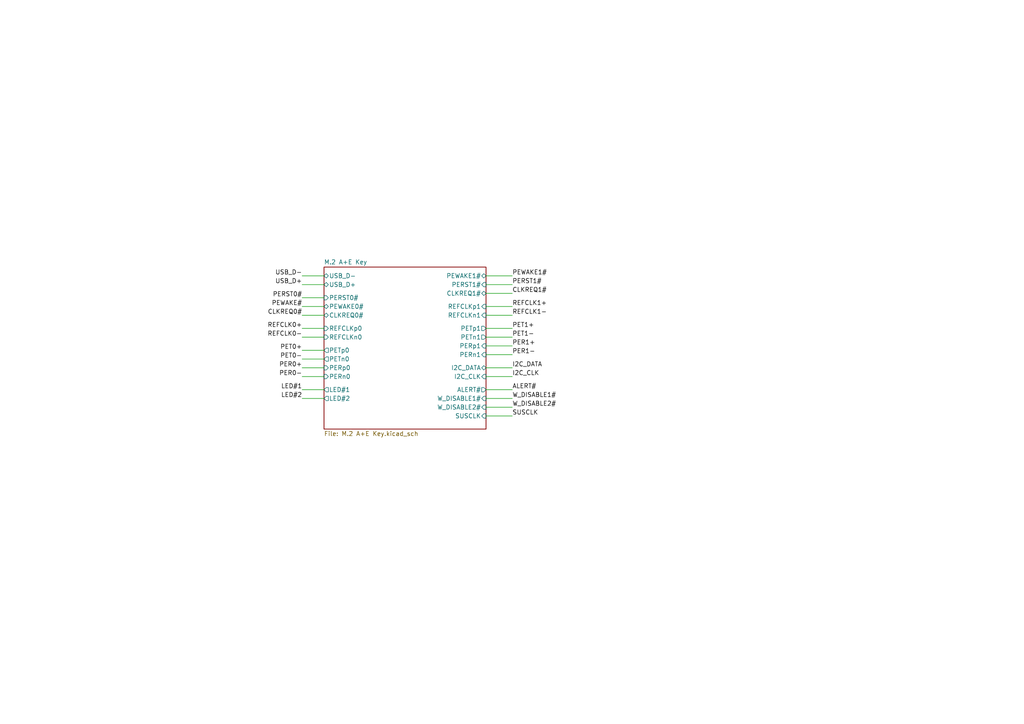
<source format=kicad_sch>
(kicad_sch
	(version 20250114)
	(generator "eeschema")
	(generator_version "9.0")
	(uuid "c9b36956-78da-44fd-a825-31202f0468d7")
	(paper "A4")
	(lib_symbols)
	(wire
		(pts
			(xy 140.97 120.65) (xy 148.59 120.65)
		)
		(stroke
			(width 0)
			(type default)
		)
		(uuid "01a6c81b-4547-4173-a2a0-9096ee2f1498")
	)
	(wire
		(pts
			(xy 87.63 113.03) (xy 93.98 113.03)
		)
		(stroke
			(width 0)
			(type default)
		)
		(uuid "06fdb095-0b3b-4412-af8d-4991461a3ed3")
	)
	(wire
		(pts
			(xy 140.97 113.03) (xy 148.59 113.03)
		)
		(stroke
			(width 0)
			(type default)
		)
		(uuid "0d105b75-6026-4207-8431-356b3a81a5f3")
	)
	(wire
		(pts
			(xy 140.97 95.25) (xy 148.59 95.25)
		)
		(stroke
			(width 0)
			(type default)
		)
		(uuid "1ab0f0bf-aca0-4b82-9514-d3048d64f439")
	)
	(wire
		(pts
			(xy 87.63 88.9) (xy 93.98 88.9)
		)
		(stroke
			(width 0)
			(type default)
		)
		(uuid "1d31ee79-a6fc-4b92-8f08-2e69283b64fd")
	)
	(wire
		(pts
			(xy 87.63 106.68) (xy 93.98 106.68)
		)
		(stroke
			(width 0)
			(type default)
		)
		(uuid "298ac6e9-0e62-47df-a64b-7c7154bbd3c4")
	)
	(wire
		(pts
			(xy 87.63 82.55) (xy 93.98 82.55)
		)
		(stroke
			(width 0)
			(type default)
		)
		(uuid "2e9238c1-899b-4ad6-a9a4-99e60565b1d7")
	)
	(wire
		(pts
			(xy 87.63 80.01) (xy 93.98 80.01)
		)
		(stroke
			(width 0)
			(type default)
		)
		(uuid "30429a85-f6f2-43ef-a9e5-01a5afba1760")
	)
	(wire
		(pts
			(xy 140.97 88.9) (xy 148.59 88.9)
		)
		(stroke
			(width 0)
			(type default)
		)
		(uuid "3c1e818f-983d-422b-ba03-79a8b29082f3")
	)
	(wire
		(pts
			(xy 87.63 109.22) (xy 93.98 109.22)
		)
		(stroke
			(width 0)
			(type default)
		)
		(uuid "6149da47-47c9-40f4-ba1a-d284dec10cf6")
	)
	(wire
		(pts
			(xy 87.63 86.36) (xy 93.98 86.36)
		)
		(stroke
			(width 0)
			(type default)
		)
		(uuid "6399a419-c1f2-43f9-a186-1bd95e136362")
	)
	(wire
		(pts
			(xy 87.63 95.25) (xy 93.98 95.25)
		)
		(stroke
			(width 0)
			(type default)
		)
		(uuid "7d1d42f0-a02f-434e-9198-373e4e35e0cb")
	)
	(wire
		(pts
			(xy 140.97 80.01) (xy 148.59 80.01)
		)
		(stroke
			(width 0)
			(type default)
		)
		(uuid "7d32f35e-0f23-4733-823c-f367aa1ad9fa")
	)
	(wire
		(pts
			(xy 140.97 102.87) (xy 148.59 102.87)
		)
		(stroke
			(width 0)
			(type default)
		)
		(uuid "8ec25ddc-44e5-4fb5-bd8b-714f04bf06a0")
	)
	(wire
		(pts
			(xy 140.97 85.09) (xy 148.59 85.09)
		)
		(stroke
			(width 0)
			(type default)
		)
		(uuid "8fa43994-2ff8-4350-81eb-8829ba6b8265")
	)
	(wire
		(pts
			(xy 140.97 106.68) (xy 148.59 106.68)
		)
		(stroke
			(width 0)
			(type default)
		)
		(uuid "950566a9-fc67-4a82-a42e-d9386d50422d")
	)
	(wire
		(pts
			(xy 87.63 91.44) (xy 93.98 91.44)
		)
		(stroke
			(width 0)
			(type default)
		)
		(uuid "9eb37e3f-8ddf-4817-a255-bec1ee46e15f")
	)
	(wire
		(pts
			(xy 140.97 82.55) (xy 148.59 82.55)
		)
		(stroke
			(width 0)
			(type default)
		)
		(uuid "9f35fbb3-9cb3-47a3-b0eb-ad46d522b3d6")
	)
	(wire
		(pts
			(xy 140.97 118.11) (xy 148.59 118.11)
		)
		(stroke
			(width 0)
			(type default)
		)
		(uuid "a4446b6e-5e0a-4759-859e-43374471ac6d")
	)
	(wire
		(pts
			(xy 87.63 101.6) (xy 93.98 101.6)
		)
		(stroke
			(width 0)
			(type default)
		)
		(uuid "a9c67175-e2b1-41a4-b4b7-71d5e2cb285c")
	)
	(wire
		(pts
			(xy 140.97 109.22) (xy 148.59 109.22)
		)
		(stroke
			(width 0)
			(type default)
		)
		(uuid "aaab14d7-7758-41d1-96bc-c1124d98b699")
	)
	(wire
		(pts
			(xy 140.97 100.33) (xy 148.59 100.33)
		)
		(stroke
			(width 0)
			(type default)
		)
		(uuid "b4e8e687-f4aa-4b68-8d27-a61a8279bf18")
	)
	(wire
		(pts
			(xy 140.97 91.44) (xy 148.59 91.44)
		)
		(stroke
			(width 0)
			(type default)
		)
		(uuid "b5c28e29-6847-4361-832e-d2548a2f87a5")
	)
	(wire
		(pts
			(xy 140.97 115.57) (xy 148.59 115.57)
		)
		(stroke
			(width 0)
			(type default)
		)
		(uuid "b96de2bd-da51-43e2-a668-8c231a595361")
	)
	(wire
		(pts
			(xy 140.97 97.79) (xy 148.59 97.79)
		)
		(stroke
			(width 0)
			(type default)
		)
		(uuid "d197e4d9-3d38-409c-b6c0-7a50236df04d")
	)
	(wire
		(pts
			(xy 87.63 104.14) (xy 93.98 104.14)
		)
		(stroke
			(width 0)
			(type default)
		)
		(uuid "efe30889-8d37-435a-9cab-ecd966850f42")
	)
	(wire
		(pts
			(xy 87.63 97.79) (xy 93.98 97.79)
		)
		(stroke
			(width 0)
			(type default)
		)
		(uuid "f12a1418-11c8-4d10-96fd-47176c69ecbb")
	)
	(wire
		(pts
			(xy 87.63 115.57) (xy 93.98 115.57)
		)
		(stroke
			(width 0)
			(type default)
		)
		(uuid "fdceeeed-d21a-44bb-b2c2-3b6cc8e2d6e6")
	)
	(label "USB_D-"
		(at 87.63 80.01 180)
		(effects
			(font
				(size 1.27 1.27)
			)
			(justify right bottom)
		)
		(uuid "065583e9-e4e8-4789-ae03-965a5c2a0f34")
	)
	(label "PET0+"
		(at 87.63 101.6 180)
		(effects
			(font
				(size 1.27 1.27)
			)
			(justify right bottom)
		)
		(uuid "0d136f1e-3f81-49f1-9e4b-4492c5cc8c30")
	)
	(label "PER1+"
		(at 148.59 100.33 0)
		(effects
			(font
				(size 1.27 1.27)
			)
			(justify left bottom)
		)
		(uuid "11ce5152-2653-476e-9f5d-0a98926455aa")
	)
	(label "SUSCLK"
		(at 148.59 120.65 0)
		(effects
			(font
				(size 1.27 1.27)
			)
			(justify left bottom)
		)
		(uuid "14a2ffa2-6a02-4126-8b5b-6e740d2d0189")
	)
	(label "PER1-"
		(at 148.59 102.87 0)
		(effects
			(font
				(size 1.27 1.27)
			)
			(justify left bottom)
		)
		(uuid "18407578-2c97-4b5b-9754-770f5d7b44bb")
	)
	(label "PERST0#"
		(at 87.63 86.36 180)
		(effects
			(font
				(size 1.27 1.27)
			)
			(justify right bottom)
		)
		(uuid "1fb2ea03-6119-447b-a2e6-9d81a35eb55c")
	)
	(label "LED#2"
		(at 87.63 115.57 180)
		(effects
			(font
				(size 1.27 1.27)
			)
			(justify right bottom)
		)
		(uuid "3720a52e-7e56-4848-8647-5d4660f862d6")
	)
	(label "W_DISABLE2#"
		(at 148.59 118.11 0)
		(effects
			(font
				(size 1.27 1.27)
			)
			(justify left bottom)
		)
		(uuid "401c8ffd-f1f5-4804-83c8-e23e394d682d")
	)
	(label "PER0-"
		(at 87.63 109.22 180)
		(effects
			(font
				(size 1.27 1.27)
			)
			(justify right bottom)
		)
		(uuid "42f4f342-7683-4e73-a3da-1df5eaf61cb5")
	)
	(label "CLKREQ1#"
		(at 148.59 85.09 0)
		(effects
			(font
				(size 1.27 1.27)
			)
			(justify left bottom)
		)
		(uuid "46dfa33d-0b5c-4ca1-9494-3595000dc5a8")
	)
	(label "PERST1#"
		(at 148.59 82.55 0)
		(effects
			(font
				(size 1.27 1.27)
			)
			(justify left bottom)
		)
		(uuid "48b9c5c5-a2e7-4bbf-bc03-450f5e06a48d")
	)
	(label "REFCLK0+"
		(at 87.63 95.25 180)
		(effects
			(font
				(size 1.27 1.27)
			)
			(justify right bottom)
		)
		(uuid "5c4cd99c-d31c-437e-8c0b-d53c57f753eb")
	)
	(label "REFCLK1-"
		(at 148.59 91.44 0)
		(effects
			(font
				(size 1.27 1.27)
			)
			(justify left bottom)
		)
		(uuid "64213c15-c0ce-4c2f-b534-c87629b149b1")
	)
	(label "PET1+"
		(at 148.59 95.25 0)
		(effects
			(font
				(size 1.27 1.27)
			)
			(justify left bottom)
		)
		(uuid "78687ad6-09f0-4763-b0a7-69546b846b17")
	)
	(label "PER0+"
		(at 87.63 106.68 180)
		(effects
			(font
				(size 1.27 1.27)
			)
			(justify right bottom)
		)
		(uuid "84f513a9-5464-4e63-b587-1c16e92fc185")
	)
	(label "CLKREQ0#"
		(at 87.63 91.44 180)
		(effects
			(font
				(size 1.27 1.27)
			)
			(justify right bottom)
		)
		(uuid "8b48299c-7381-4e38-bc0e-41b7fd9cf72b")
	)
	(label "PET1-"
		(at 148.59 97.79 0)
		(effects
			(font
				(size 1.27 1.27)
			)
			(justify left bottom)
		)
		(uuid "8beb891a-bae1-420a-be53-e1a04d8b011b")
	)
	(label "W_DISABLE1#"
		(at 148.59 115.57 0)
		(effects
			(font
				(size 1.27 1.27)
			)
			(justify left bottom)
		)
		(uuid "9478ba34-179c-4a26-b842-c0c9c58be6bb")
	)
	(label "LED#1"
		(at 87.63 113.03 180)
		(effects
			(font
				(size 1.27 1.27)
			)
			(justify right bottom)
		)
		(uuid "9562e233-9d78-4eba-9963-3d9d8d8daae9")
	)
	(label "PEWAKE1#"
		(at 148.59 80.01 0)
		(effects
			(font
				(size 1.27 1.27)
			)
			(justify left bottom)
		)
		(uuid "9a335d3a-0a8a-4c82-8644-9e7b1d95bebc")
	)
	(label "REFCLK1+"
		(at 148.59 88.9 0)
		(effects
			(font
				(size 1.27 1.27)
			)
			(justify left bottom)
		)
		(uuid "b3b76dbc-b512-4e52-bece-00cc17373c42")
	)
	(label "PET0-"
		(at 87.63 104.14 180)
		(effects
			(font
				(size 1.27 1.27)
			)
			(justify right bottom)
		)
		(uuid "bdefaf4b-475b-413f-bc77-3083dca12e2a")
	)
	(label "I2C_DATA"
		(at 148.59 106.68 0)
		(effects
			(font
				(size 1.27 1.27)
			)
			(justify left bottom)
		)
		(uuid "c2427aec-ec12-42b6-9712-7d50c52b43b6")
	)
	(label "USB_D+"
		(at 87.63 82.55 180)
		(effects
			(font
				(size 1.27 1.27)
			)
			(justify right bottom)
		)
		(uuid "c28ead4d-6145-42a6-b463-4bbe1f50560c")
	)
	(label "PEWAKE#"
		(at 87.63 88.9 180)
		(effects
			(font
				(size 1.27 1.27)
			)
			(justify right bottom)
		)
		(uuid "d0cf9477-8c8d-4ca9-bff4-d4728f2f6aac")
	)
	(label "REFCLK0-"
		(at 87.63 97.79 180)
		(effects
			(font
				(size 1.27 1.27)
			)
			(justify right bottom)
		)
		(uuid "d59219f3-437d-4f54-888a-2b3d4d3a4ae6")
	)
	(label "ALERT#"
		(at 148.59 113.03 0)
		(effects
			(font
				(size 1.27 1.27)
			)
			(justify left bottom)
		)
		(uuid "e7e230b9-435e-4433-8376-a0906500bbd4")
	)
	(label "I2C_CLK"
		(at 148.59 109.22 0)
		(effects
			(font
				(size 1.27 1.27)
			)
			(justify left bottom)
		)
		(uuid "f3874413-c01d-4ebd-9b39-8f664df47394")
	)
	(sheet
		(at 93.98 77.47)
		(size 46.99 46.99)
		(exclude_from_sim no)
		(in_bom yes)
		(on_board yes)
		(dnp no)
		(fields_autoplaced yes)
		(stroke
			(width 0.1524)
			(type solid)
		)
		(fill
			(color 0 0 0 0.0000)
		)
		(uuid "f5ddec20-60b4-4925-8fe8-a27c9ef76a12")
		(property "Sheetname" "M.2 A+E Key"
			(at 93.98 76.7584 0)
			(effects
				(font
					(size 1.27 1.27)
				)
				(justify left bottom)
			)
		)
		(property "Sheetfile" "M.2 A+E Key.kicad_sch"
			(at 93.98 125.0446 0)
			(effects
				(font
					(size 1.27 1.27)
				)
				(justify left top)
			)
		)
		(pin "USB_D+" bidirectional
			(at 93.98 82.55 180)
			(uuid "bc498691-241b-4fa1-90c9-fcf44d68ce23")
			(effects
				(font
					(size 1.27 1.27)
				)
				(justify left)
			)
		)
		(pin "USB_D-" bidirectional
			(at 93.98 80.01 180)
			(uuid "cef3de34-07c9-4deb-9b69-73be0334574f")
			(effects
				(font
					(size 1.27 1.27)
				)
				(justify left)
			)
		)
		(pin "CLKREQ0#" bidirectional
			(at 93.98 91.44 180)
			(uuid "9b8e9b1a-7a1a-4d29-910a-c51a9a2450ff")
			(effects
				(font
					(size 1.27 1.27)
				)
				(justify left)
			)
		)
		(pin "PEWAKE0#" bidirectional
			(at 93.98 88.9 180)
			(uuid "8b49bbaa-9c2f-46ab-875d-84b2a46ff3f9")
			(effects
				(font
					(size 1.27 1.27)
				)
				(justify left)
			)
		)
		(pin "PERST0#" input
			(at 93.98 86.36 180)
			(uuid "5399592c-d5eb-4278-8e47-07acc2541afa")
			(effects
				(font
					(size 1.27 1.27)
				)
				(justify left)
			)
		)
		(pin "REFCLKn0" input
			(at 93.98 97.79 180)
			(uuid "356d5413-69dc-408e-9adc-6b88ef0a63be")
			(effects
				(font
					(size 1.27 1.27)
				)
				(justify left)
			)
		)
		(pin "REFCLKp0" input
			(at 93.98 95.25 180)
			(uuid "0ad10c9a-56ed-4a9b-8594-bd890dea2198")
			(effects
				(font
					(size 1.27 1.27)
				)
				(justify left)
			)
		)
		(pin "PETp0" output
			(at 93.98 101.6 180)
			(uuid "db0c2217-f204-42f3-ac2c-b5003db7f9f4")
			(effects
				(font
					(size 1.27 1.27)
				)
				(justify left)
			)
		)
		(pin "PETn0" output
			(at 93.98 104.14 180)
			(uuid "453d5e5a-fac0-40a5-be6c-86476b7334c9")
			(effects
				(font
					(size 1.27 1.27)
				)
				(justify left)
			)
		)
		(pin "PERp0" input
			(at 93.98 106.68 180)
			(uuid "f8019912-2203-47f3-87be-f69f2d5257d5")
			(effects
				(font
					(size 1.27 1.27)
				)
				(justify left)
			)
		)
		(pin "PERn0" input
			(at 93.98 109.22 180)
			(uuid "73d3c954-1ad3-4586-8573-4514ca548e2b")
			(effects
				(font
					(size 1.27 1.27)
				)
				(justify left)
			)
		)
		(pin "PEWAKE1#" bidirectional
			(at 140.97 80.01 0)
			(uuid "025fe663-e827-44bf-b490-b56b8a47c584")
			(effects
				(font
					(size 1.27 1.27)
				)
				(justify right)
			)
		)
		(pin "PERST1#" input
			(at 140.97 82.55 0)
			(uuid "19e977c8-d3ef-44da-837f-c4a15413aab9")
			(effects
				(font
					(size 1.27 1.27)
				)
				(justify right)
			)
		)
		(pin "CLKREQ1#" bidirectional
			(at 140.97 85.09 0)
			(uuid "fc69302f-a914-48df-8251-809dd092b0d3")
			(effects
				(font
					(size 1.27 1.27)
				)
				(justify right)
			)
		)
		(pin "REFCLKn1" input
			(at 140.97 91.44 0)
			(uuid "17c6d7f6-d597-40b2-8e10-34f30d08d2f2")
			(effects
				(font
					(size 1.27 1.27)
				)
				(justify right)
			)
		)
		(pin "REFCLKp1" input
			(at 140.97 88.9 0)
			(uuid "eff08972-4f10-4836-a7e2-a0652a740068")
			(effects
				(font
					(size 1.27 1.27)
				)
				(justify right)
			)
		)
		(pin "PETp1" output
			(at 140.97 95.25 0)
			(uuid "1ec0cf2c-71f9-4560-83a5-3fc1bf030ef4")
			(effects
				(font
					(size 1.27 1.27)
				)
				(justify right)
			)
		)
		(pin "PETn1" output
			(at 140.97 97.79 0)
			(uuid "2255eaca-e000-43d4-9e35-802d18f2dcbb")
			(effects
				(font
					(size 1.27 1.27)
				)
				(justify right)
			)
		)
		(pin "PERp1" input
			(at 140.97 100.33 0)
			(uuid "245e77b0-28de-4e2b-b298-fa718bc3d22e")
			(effects
				(font
					(size 1.27 1.27)
				)
				(justify right)
			)
		)
		(pin "PERn1" input
			(at 140.97 102.87 0)
			(uuid "0dabe43e-0d40-458f-a8cd-a700bffee162")
			(effects
				(font
					(size 1.27 1.27)
				)
				(justify right)
			)
		)
		(pin "I2C_CLK" input
			(at 140.97 109.22 0)
			(uuid "9e4f63ba-cc12-4bf2-ab15-8875180a1b91")
			(effects
				(font
					(size 1.27 1.27)
				)
				(justify right)
			)
		)
		(pin "I2C_DATA" bidirectional
			(at 140.97 106.68 0)
			(uuid "020e1bc5-9024-4767-a569-71bc90e4e8b9")
			(effects
				(font
					(size 1.27 1.27)
				)
				(justify right)
			)
		)
		(pin "W_DISABLE1#" input
			(at 140.97 115.57 0)
			(uuid "8c14b5d6-bed2-42fc-af1d-fdd3b6a5c998")
			(effects
				(font
					(size 1.27 1.27)
				)
				(justify right)
			)
		)
		(pin "SUSCLK" input
			(at 140.97 120.65 0)
			(uuid "15b09625-4a30-4cd4-abdf-bfe135bcf6b5")
			(effects
				(font
					(size 1.27 1.27)
				)
				(justify right)
			)
		)
		(pin "W_DISABLE2#" input
			(at 140.97 118.11 0)
			(uuid "d560ba70-af0b-4f94-b4f6-f5340fae45e1")
			(effects
				(font
					(size 1.27 1.27)
				)
				(justify right)
			)
		)
		(pin "ALERT#" output
			(at 140.97 113.03 0)
			(uuid "26c43263-c3eb-4ca5-8ba8-7dffca3e0346")
			(effects
				(font
					(size 1.27 1.27)
				)
				(justify right)
			)
		)
		(pin "LED#2" output
			(at 93.98 115.57 180)
			(uuid "7fc4f1ca-3166-4a4d-8006-259e2e81ec1b")
			(effects
				(font
					(size 1.27 1.27)
				)
				(justify left)
			)
		)
		(pin "LED#1" output
			(at 93.98 113.03 180)
			(uuid "5f4902b9-09b0-4092-8454-041947a904d7")
			(effects
				(font
					(size 1.27 1.27)
				)
				(justify left)
			)
		)
		(instances
			(project "M.2 A+E Key 3030"
				(path "/c9b36956-78da-44fd-a825-31202f0468d7"
					(page "2")
				)
			)
		)
	)
	(sheet_instances
		(path "/"
			(page "1")
		)
	)
	(embedded_fonts no)
)

</source>
